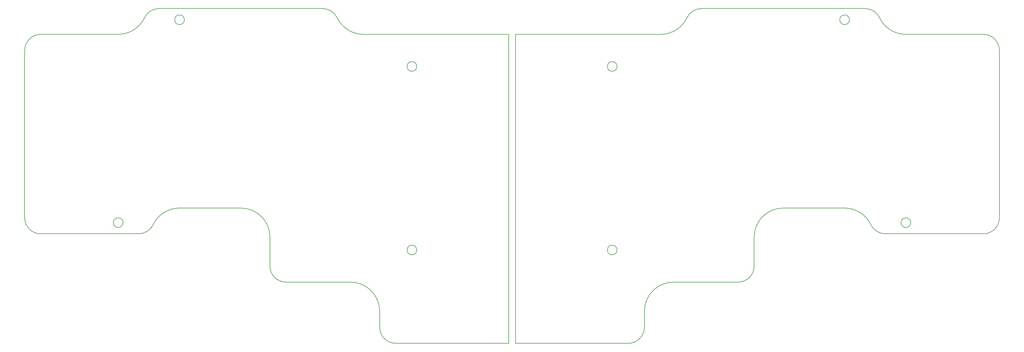
<source format=gko>
G04 #@! TF.GenerationSoftware,KiCad,Pcbnew,5.1.5*
G04 #@! TF.CreationDate,2020-04-04T10:10:50+02:00*
G04 #@! TF.ProjectId,pcb,7063622e-6b69-4636-9164-5f7063625858,rev?*
G04 #@! TF.SameCoordinates,Original*
G04 #@! TF.FileFunction,Profile,NP*
%FSLAX46Y46*%
G04 Gerber Fmt 4.6, Leading zero omitted, Abs format (unit mm)*
G04 Created by KiCad (PCBNEW 5.1.5) date 2020-04-04 10:10:50*
%MOMM*%
%LPD*%
G04 APERTURE LIST*
%ADD10C,0.200000*%
G04 APERTURE END LIST*
D10*
X97229702Y-122149999D02*
G75*
G03X88200889Y-113121186I-9028813J0D01*
G01*
X-7799112Y-36178812D02*
X16200890Y-36178812D01*
X88200889Y-113121186D02*
X68200889Y-113121186D01*
X-7799112Y-36178813D02*
G75*
G03X-12770298Y-41149999I0J-4971186D01*
G01*
X-12770298Y-93149998D02*
X-12770298Y-41149999D01*
X137200889Y-36178812D02*
X137200889Y-132121186D01*
X22551776Y-98121186D02*
X-7799111Y-98121186D01*
X28850000Y-28178813D02*
G75*
G03X24358493Y-31019491I0J-4971187D01*
G01*
X84043286Y-31019491D02*
G75*
G03X79551778Y-28178812I-4491508J-2130509D01*
G01*
X63229702Y-99149999D02*
G75*
G03X54200889Y-90121186I-9028813J0D01*
G01*
X16200889Y-36178811D02*
G75*
G03X24358493Y-31019491I1J9028812D01*
G01*
X54200889Y-90121186D02*
X35200887Y-90121186D01*
X28850000Y-28178812D02*
X79551778Y-28178812D01*
X137200889Y-132121186D02*
X102200889Y-132121186D01*
X22551777Y-98121187D02*
G75*
G03X27043284Y-95280507I-1J4971188D01*
G01*
X97229701Y-127149999D02*
X97229701Y-122149999D01*
X63229702Y-108149999D02*
G75*
G03X68200889Y-113121186I4971187J0D01*
G01*
X63229701Y-108149999D02*
X63229701Y-99149999D01*
X97229702Y-127149999D02*
G75*
G03X102200889Y-132121186I4971187J0D01*
G01*
X92200889Y-36178812D02*
X137200889Y-36178812D01*
X84043286Y-31019491D02*
G75*
G03X92200889Y-36178812I8157603J3869491D01*
G01*
X35200888Y-90121187D02*
G75*
G03X27043284Y-95280507I-1J-9028812D01*
G01*
X-12770300Y-93149999D02*
G75*
G03X-7799111Y-98121186I4971188J1D01*
G01*
X108700889Y-103149999D02*
G75*
G03X108700889Y-103149999I-1500000J0D01*
G01*
X36700890Y-31650000D02*
G75*
G03X36700890Y-31650000I-1500000J0D01*
G01*
X108700889Y-46149999D02*
G75*
G03X108700889Y-46149999I-1500000J0D01*
G01*
X17700889Y-94649999D02*
G75*
G03X17700889Y-94649999I-1500000J0D01*
G01*
X179270298Y-122149999D02*
G75*
G02X188299111Y-113121186I9028813J0D01*
G01*
X284299112Y-36178812D02*
X260299110Y-36178812D01*
X188299111Y-113121186D02*
X208299111Y-113121186D01*
X284299112Y-36178813D02*
G75*
G02X289270298Y-41149999I0J-4971186D01*
G01*
X289270298Y-93149998D02*
X289270298Y-41149999D01*
X139299111Y-36178812D02*
X139299111Y-132121186D01*
X253948224Y-98121186D02*
X284299111Y-98121186D01*
X247650000Y-28178813D02*
G75*
G02X252141507Y-31019491I0J-4971187D01*
G01*
X192456714Y-31019491D02*
G75*
G02X196948222Y-28178812I4491508J-2130509D01*
G01*
X213270298Y-99149999D02*
G75*
G02X222299111Y-90121186I9028813J0D01*
G01*
X260299111Y-36178811D02*
G75*
G02X252141507Y-31019491I-1J9028812D01*
G01*
X222299111Y-90121186D02*
X241299113Y-90121186D01*
X247650000Y-28178812D02*
X196948222Y-28178812D01*
X139299111Y-132121186D02*
X174299111Y-132121186D01*
X253948223Y-98121187D02*
G75*
G02X249456716Y-95280507I1J4971188D01*
G01*
X179270299Y-127149999D02*
X179270299Y-122149999D01*
X213270298Y-108149999D02*
G75*
G02X208299111Y-113121186I-4971187J0D01*
G01*
X213270299Y-108149999D02*
X213270299Y-99149999D01*
X179270298Y-127149999D02*
G75*
G02X174299111Y-132121186I-4971187J0D01*
G01*
X184299111Y-36178812D02*
X139299111Y-36178812D01*
X192456714Y-31019491D02*
G75*
G02X184299111Y-36178812I-8157603J3869491D01*
G01*
X241299112Y-90121187D02*
G75*
G02X249456716Y-95280507I1J-9028812D01*
G01*
X289270300Y-93149999D02*
G75*
G02X284299111Y-98121186I-4971188J1D01*
G01*
X170799111Y-103149999D02*
G75*
G03X170799111Y-103149999I-1500000J0D01*
G01*
X242799110Y-31650000D02*
G75*
G03X242799110Y-31650000I-1500000J0D01*
G01*
X170799111Y-46149999D02*
G75*
G03X170799111Y-46149999I-1500000J0D01*
G01*
X261799111Y-94649999D02*
G75*
G03X261799111Y-94649999I-1500000J0D01*
G01*
M02*

</source>
